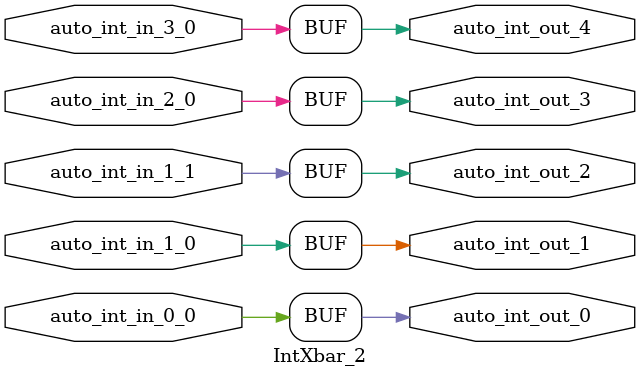
<source format=sv>
`ifndef RANDOMIZE
  `ifdef RANDOMIZE_MEM_INIT
    `define RANDOMIZE
  `endif // RANDOMIZE_MEM_INIT
`endif // not def RANDOMIZE
`ifndef RANDOMIZE
  `ifdef RANDOMIZE_REG_INIT
    `define RANDOMIZE
  `endif // RANDOMIZE_REG_INIT
`endif // not def RANDOMIZE

`ifndef RANDOM
  `define RANDOM $random
`endif // not def RANDOM

// Users can define INIT_RANDOM as general code that gets injected into the
// initializer block for modules with registers.
`ifndef INIT_RANDOM
  `define INIT_RANDOM
`endif // not def INIT_RANDOM

// If using random initialization, you can also define RANDOMIZE_DELAY to
// customize the delay used, otherwise 0.002 is used.
`ifndef RANDOMIZE_DELAY
  `define RANDOMIZE_DELAY 0.002
`endif // not def RANDOMIZE_DELAY

// Define INIT_RANDOM_PROLOG_ for use in our modules below.
`ifndef INIT_RANDOM_PROLOG_
  `ifdef RANDOMIZE
    `ifdef VERILATOR
      `define INIT_RANDOM_PROLOG_ `INIT_RANDOM
    `else  // VERILATOR
      `define INIT_RANDOM_PROLOG_ `INIT_RANDOM #`RANDOMIZE_DELAY begin end
    `endif // VERILATOR
  `else  // RANDOMIZE
    `define INIT_RANDOM_PROLOG_
  `endif // RANDOMIZE
`endif // not def INIT_RANDOM_PROLOG_

// Include register initializers in init blocks unless synthesis is set
`ifndef SYNTHESIS
  `ifndef ENABLE_INITIAL_REG_
    `define ENABLE_INITIAL_REG_
  `endif // not def ENABLE_INITIAL_REG_
`endif // not def SYNTHESIS

// Include rmemory initializers in init blocks unless synthesis is set
`ifndef SYNTHESIS
  `ifndef ENABLE_INITIAL_MEM_
    `define ENABLE_INITIAL_MEM_
  `endif // not def ENABLE_INITIAL_MEM_
`endif // not def SYNTHESIS

// Standard header to adapt well known macros for prints and assertions.

// Users can define 'PRINTF_COND' to add an extra gate to prints.
`ifndef PRINTF_COND_
  `ifdef PRINTF_COND
    `define PRINTF_COND_ (`PRINTF_COND)
  `else  // PRINTF_COND
    `define PRINTF_COND_ 1
  `endif // PRINTF_COND
`endif // not def PRINTF_COND_

// Users can define 'ASSERT_VERBOSE_COND' to add an extra gate to assert error printing.
`ifndef ASSERT_VERBOSE_COND_
  `ifdef ASSERT_VERBOSE_COND
    `define ASSERT_VERBOSE_COND_ (`ASSERT_VERBOSE_COND)
  `else  // ASSERT_VERBOSE_COND
    `define ASSERT_VERBOSE_COND_ 1
  `endif // ASSERT_VERBOSE_COND
`endif // not def ASSERT_VERBOSE_COND_

// Users can define 'STOP_COND' to add an extra gate to stop conditions.
`ifndef STOP_COND_
  `ifdef STOP_COND
    `define STOP_COND_ (`STOP_COND)
  `else  // STOP_COND
    `define STOP_COND_ 1
  `endif // STOP_COND
`endif // not def STOP_COND_

module IntXbar_2(
  input  auto_int_in_3_0,	// @[generators/rocket-chip/src/main/scala/diplomacy/LazyModule.scala:367:18]
         auto_int_in_2_0,	// @[generators/rocket-chip/src/main/scala/diplomacy/LazyModule.scala:367:18]
         auto_int_in_1_0,	// @[generators/rocket-chip/src/main/scala/diplomacy/LazyModule.scala:367:18]
         auto_int_in_1_1,	// @[generators/rocket-chip/src/main/scala/diplomacy/LazyModule.scala:367:18]
         auto_int_in_0_0,	// @[generators/rocket-chip/src/main/scala/diplomacy/LazyModule.scala:367:18]
  output auto_int_out_0,	// @[generators/rocket-chip/src/main/scala/diplomacy/LazyModule.scala:367:18]
         auto_int_out_1,	// @[generators/rocket-chip/src/main/scala/diplomacy/LazyModule.scala:367:18]
         auto_int_out_2,	// @[generators/rocket-chip/src/main/scala/diplomacy/LazyModule.scala:367:18]
         auto_int_out_3,	// @[generators/rocket-chip/src/main/scala/diplomacy/LazyModule.scala:367:18]
         auto_int_out_4	// @[generators/rocket-chip/src/main/scala/diplomacy/LazyModule.scala:367:18]
);

  assign auto_int_out_0 = auto_int_in_0_0;
  assign auto_int_out_1 = auto_int_in_1_0;
  assign auto_int_out_2 = auto_int_in_1_1;
  assign auto_int_out_3 = auto_int_in_2_0;
  assign auto_int_out_4 = auto_int_in_3_0;
endmodule


</source>
